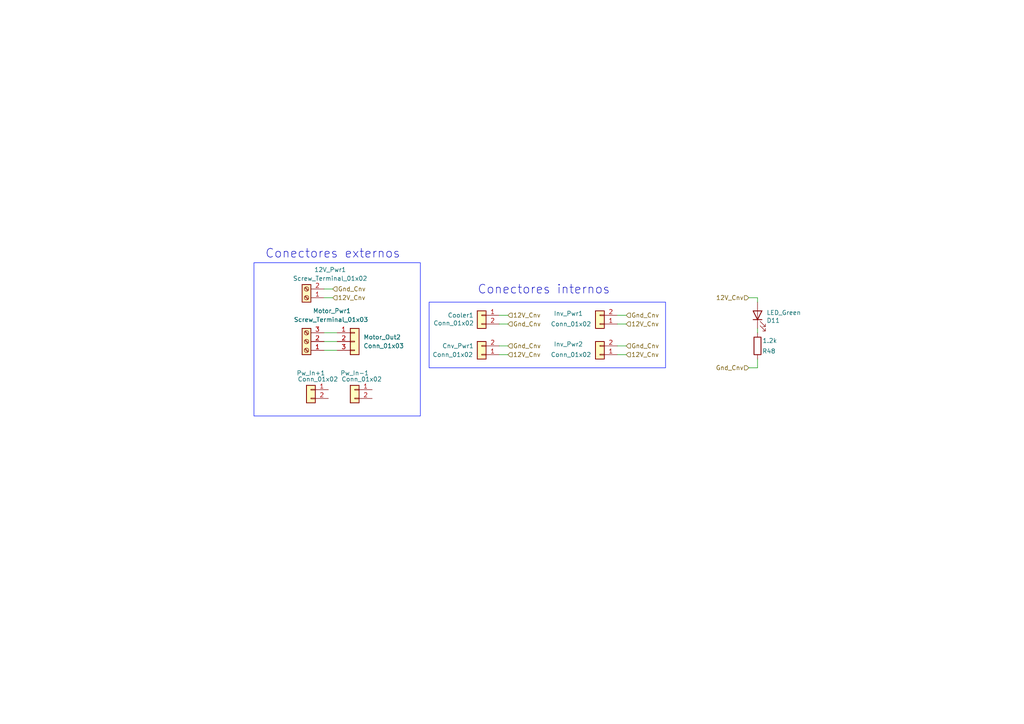
<source format=kicad_sch>
(kicad_sch
	(version 20250114)
	(generator "eeschema")
	(generator_version "9.0")
	(uuid "22a93bdb-8c70-455a-b740-7db7855c2b7c")
	(paper "A4")
	(lib_symbols
		(symbol "Connector:Screw_Terminal_01x02"
			(pin_names
				(offset 1.016)
				(hide yes)
			)
			(exclude_from_sim no)
			(in_bom yes)
			(on_board yes)
			(property "Reference" "J"
				(at 0 2.54 0)
				(effects
					(font
						(size 1.27 1.27)
					)
				)
			)
			(property "Value" "Screw_Terminal_01x02"
				(at 0 -5.08 0)
				(effects
					(font
						(size 1.27 1.27)
					)
				)
			)
			(property "Footprint" ""
				(at 0 0 0)
				(effects
					(font
						(size 1.27 1.27)
					)
					(hide yes)
				)
			)
			(property "Datasheet" "~"
				(at 0 0 0)
				(effects
					(font
						(size 1.27 1.27)
					)
					(hide yes)
				)
			)
			(property "Description" "Generic screw terminal, single row, 01x02, script generated (kicad-library-utils/schlib/autogen/connector/)"
				(at 0 0 0)
				(effects
					(font
						(size 1.27 1.27)
					)
					(hide yes)
				)
			)
			(property "ki_keywords" "screw terminal"
				(at 0 0 0)
				(effects
					(font
						(size 1.27 1.27)
					)
					(hide yes)
				)
			)
			(property "ki_fp_filters" "TerminalBlock*:*"
				(at 0 0 0)
				(effects
					(font
						(size 1.27 1.27)
					)
					(hide yes)
				)
			)
			(symbol "Screw_Terminal_01x02_1_1"
				(rectangle
					(start -1.27 1.27)
					(end 1.27 -3.81)
					(stroke
						(width 0.254)
						(type default)
					)
					(fill
						(type background)
					)
				)
				(polyline
					(pts
						(xy -0.5334 0.3302) (xy 0.3302 -0.508)
					)
					(stroke
						(width 0.1524)
						(type default)
					)
					(fill
						(type none)
					)
				)
				(polyline
					(pts
						(xy -0.5334 -2.2098) (xy 0.3302 -3.048)
					)
					(stroke
						(width 0.1524)
						(type default)
					)
					(fill
						(type none)
					)
				)
				(polyline
					(pts
						(xy -0.3556 0.508) (xy 0.508 -0.3302)
					)
					(stroke
						(width 0.1524)
						(type default)
					)
					(fill
						(type none)
					)
				)
				(polyline
					(pts
						(xy -0.3556 -2.032) (xy 0.508 -2.8702)
					)
					(stroke
						(width 0.1524)
						(type default)
					)
					(fill
						(type none)
					)
				)
				(circle
					(center 0 0)
					(radius 0.635)
					(stroke
						(width 0.1524)
						(type default)
					)
					(fill
						(type none)
					)
				)
				(circle
					(center 0 -2.54)
					(radius 0.635)
					(stroke
						(width 0.1524)
						(type default)
					)
					(fill
						(type none)
					)
				)
				(pin passive line
					(at -5.08 0 0)
					(length 3.81)
					(name "Pin_1"
						(effects
							(font
								(size 1.27 1.27)
							)
						)
					)
					(number "1"
						(effects
							(font
								(size 1.27 1.27)
							)
						)
					)
				)
				(pin passive line
					(at -5.08 -2.54 0)
					(length 3.81)
					(name "Pin_2"
						(effects
							(font
								(size 1.27 1.27)
							)
						)
					)
					(number "2"
						(effects
							(font
								(size 1.27 1.27)
							)
						)
					)
				)
			)
			(embedded_fonts no)
		)
		(symbol "Connector:Screw_Terminal_01x03"
			(pin_names
				(offset 1.016)
				(hide yes)
			)
			(exclude_from_sim no)
			(in_bom yes)
			(on_board yes)
			(property "Reference" "J"
				(at 0 5.08 0)
				(effects
					(font
						(size 1.27 1.27)
					)
				)
			)
			(property "Value" "Screw_Terminal_01x03"
				(at 0 -5.08 0)
				(effects
					(font
						(size 1.27 1.27)
					)
				)
			)
			(property "Footprint" ""
				(at 0 0 0)
				(effects
					(font
						(size 1.27 1.27)
					)
					(hide yes)
				)
			)
			(property "Datasheet" "~"
				(at 0 0 0)
				(effects
					(font
						(size 1.27 1.27)
					)
					(hide yes)
				)
			)
			(property "Description" "Generic screw terminal, single row, 01x03, script generated (kicad-library-utils/schlib/autogen/connector/)"
				(at 0 0 0)
				(effects
					(font
						(size 1.27 1.27)
					)
					(hide yes)
				)
			)
			(property "ki_keywords" "screw terminal"
				(at 0 0 0)
				(effects
					(font
						(size 1.27 1.27)
					)
					(hide yes)
				)
			)
			(property "ki_fp_filters" "TerminalBlock*:*"
				(at 0 0 0)
				(effects
					(font
						(size 1.27 1.27)
					)
					(hide yes)
				)
			)
			(symbol "Screw_Terminal_01x03_1_1"
				(rectangle
					(start -1.27 3.81)
					(end 1.27 -3.81)
					(stroke
						(width 0.254)
						(type default)
					)
					(fill
						(type background)
					)
				)
				(polyline
					(pts
						(xy -0.5334 2.8702) (xy 0.3302 2.032)
					)
					(stroke
						(width 0.1524)
						(type default)
					)
					(fill
						(type none)
					)
				)
				(polyline
					(pts
						(xy -0.5334 0.3302) (xy 0.3302 -0.508)
					)
					(stroke
						(width 0.1524)
						(type default)
					)
					(fill
						(type none)
					)
				)
				(polyline
					(pts
						(xy -0.5334 -2.2098) (xy 0.3302 -3.048)
					)
					(stroke
						(width 0.1524)
						(type default)
					)
					(fill
						(type none)
					)
				)
				(polyline
					(pts
						(xy -0.3556 3.048) (xy 0.508 2.2098)
					)
					(stroke
						(width 0.1524)
						(type default)
					)
					(fill
						(type none)
					)
				)
				(polyline
					(pts
						(xy -0.3556 0.508) (xy 0.508 -0.3302)
					)
					(stroke
						(width 0.1524)
						(type default)
					)
					(fill
						(type none)
					)
				)
				(polyline
					(pts
						(xy -0.3556 -2.032) (xy 0.508 -2.8702)
					)
					(stroke
						(width 0.1524)
						(type default)
					)
					(fill
						(type none)
					)
				)
				(circle
					(center 0 2.54)
					(radius 0.635)
					(stroke
						(width 0.1524)
						(type default)
					)
					(fill
						(type none)
					)
				)
				(circle
					(center 0 0)
					(radius 0.635)
					(stroke
						(width 0.1524)
						(type default)
					)
					(fill
						(type none)
					)
				)
				(circle
					(center 0 -2.54)
					(radius 0.635)
					(stroke
						(width 0.1524)
						(type default)
					)
					(fill
						(type none)
					)
				)
				(pin passive line
					(at -5.08 2.54 0)
					(length 3.81)
					(name "Pin_1"
						(effects
							(font
								(size 1.27 1.27)
							)
						)
					)
					(number "1"
						(effects
							(font
								(size 1.27 1.27)
							)
						)
					)
				)
				(pin passive line
					(at -5.08 0 0)
					(length 3.81)
					(name "Pin_2"
						(effects
							(font
								(size 1.27 1.27)
							)
						)
					)
					(number "2"
						(effects
							(font
								(size 1.27 1.27)
							)
						)
					)
				)
				(pin passive line
					(at -5.08 -2.54 0)
					(length 3.81)
					(name "Pin_3"
						(effects
							(font
								(size 1.27 1.27)
							)
						)
					)
					(number "3"
						(effects
							(font
								(size 1.27 1.27)
							)
						)
					)
				)
			)
			(embedded_fonts no)
		)
		(symbol "Connector_Generic:Conn_01x02"
			(pin_names
				(offset 1.016)
				(hide yes)
			)
			(exclude_from_sim no)
			(in_bom yes)
			(on_board yes)
			(property "Reference" "J"
				(at 0 2.54 0)
				(effects
					(font
						(size 1.27 1.27)
					)
				)
			)
			(property "Value" "Conn_01x02"
				(at 0 -5.08 0)
				(effects
					(font
						(size 1.27 1.27)
					)
				)
			)
			(property "Footprint" ""
				(at 0 0 0)
				(effects
					(font
						(size 1.27 1.27)
					)
					(hide yes)
				)
			)
			(property "Datasheet" "~"
				(at 0 0 0)
				(effects
					(font
						(size 1.27 1.27)
					)
					(hide yes)
				)
			)
			(property "Description" "Generic connector, single row, 01x02, script generated (kicad-library-utils/schlib/autogen/connector/)"
				(at 0 0 0)
				(effects
					(font
						(size 1.27 1.27)
					)
					(hide yes)
				)
			)
			(property "ki_keywords" "connector"
				(at 0 0 0)
				(effects
					(font
						(size 1.27 1.27)
					)
					(hide yes)
				)
			)
			(property "ki_fp_filters" "Connector*:*_1x??_*"
				(at 0 0 0)
				(effects
					(font
						(size 1.27 1.27)
					)
					(hide yes)
				)
			)
			(symbol "Conn_01x02_1_1"
				(rectangle
					(start -1.27 1.27)
					(end 1.27 -3.81)
					(stroke
						(width 0.254)
						(type default)
					)
					(fill
						(type background)
					)
				)
				(rectangle
					(start -1.27 0.127)
					(end 0 -0.127)
					(stroke
						(width 0.1524)
						(type default)
					)
					(fill
						(type none)
					)
				)
				(rectangle
					(start -1.27 -2.413)
					(end 0 -2.667)
					(stroke
						(width 0.1524)
						(type default)
					)
					(fill
						(type none)
					)
				)
				(pin passive line
					(at -5.08 0 0)
					(length 3.81)
					(name "Pin_1"
						(effects
							(font
								(size 1.27 1.27)
							)
						)
					)
					(number "1"
						(effects
							(font
								(size 1.27 1.27)
							)
						)
					)
				)
				(pin passive line
					(at -5.08 -2.54 0)
					(length 3.81)
					(name "Pin_2"
						(effects
							(font
								(size 1.27 1.27)
							)
						)
					)
					(number "2"
						(effects
							(font
								(size 1.27 1.27)
							)
						)
					)
				)
			)
			(embedded_fonts no)
		)
		(symbol "Connector_Generic:Conn_01x03"
			(pin_names
				(offset 1.016)
				(hide yes)
			)
			(exclude_from_sim no)
			(in_bom yes)
			(on_board yes)
			(property "Reference" "J"
				(at 0 5.08 0)
				(effects
					(font
						(size 1.27 1.27)
					)
				)
			)
			(property "Value" "Conn_01x03"
				(at 0 -5.08 0)
				(effects
					(font
						(size 1.27 1.27)
					)
				)
			)
			(property "Footprint" ""
				(at 0 0 0)
				(effects
					(font
						(size 1.27 1.27)
					)
					(hide yes)
				)
			)
			(property "Datasheet" "~"
				(at 0 0 0)
				(effects
					(font
						(size 1.27 1.27)
					)
					(hide yes)
				)
			)
			(property "Description" "Generic connector, single row, 01x03, script generated (kicad-library-utils/schlib/autogen/connector/)"
				(at 0 0 0)
				(effects
					(font
						(size 1.27 1.27)
					)
					(hide yes)
				)
			)
			(property "ki_keywords" "connector"
				(at 0 0 0)
				(effects
					(font
						(size 1.27 1.27)
					)
					(hide yes)
				)
			)
			(property "ki_fp_filters" "Connector*:*_1x??_*"
				(at 0 0 0)
				(effects
					(font
						(size 1.27 1.27)
					)
					(hide yes)
				)
			)
			(symbol "Conn_01x03_1_1"
				(rectangle
					(start -1.27 3.81)
					(end 1.27 -3.81)
					(stroke
						(width 0.254)
						(type default)
					)
					(fill
						(type background)
					)
				)
				(rectangle
					(start -1.27 2.667)
					(end 0 2.413)
					(stroke
						(width 0.1524)
						(type default)
					)
					(fill
						(type none)
					)
				)
				(rectangle
					(start -1.27 0.127)
					(end 0 -0.127)
					(stroke
						(width 0.1524)
						(type default)
					)
					(fill
						(type none)
					)
				)
				(rectangle
					(start -1.27 -2.413)
					(end 0 -2.667)
					(stroke
						(width 0.1524)
						(type default)
					)
					(fill
						(type none)
					)
				)
				(pin passive line
					(at -5.08 2.54 0)
					(length 3.81)
					(name "Pin_1"
						(effects
							(font
								(size 1.27 1.27)
							)
						)
					)
					(number "1"
						(effects
							(font
								(size 1.27 1.27)
							)
						)
					)
				)
				(pin passive line
					(at -5.08 0 0)
					(length 3.81)
					(name "Pin_2"
						(effects
							(font
								(size 1.27 1.27)
							)
						)
					)
					(number "2"
						(effects
							(font
								(size 1.27 1.27)
							)
						)
					)
				)
				(pin passive line
					(at -5.08 -2.54 0)
					(length 3.81)
					(name "Pin_3"
						(effects
							(font
								(size 1.27 1.27)
							)
						)
					)
					(number "3"
						(effects
							(font
								(size 1.27 1.27)
							)
						)
					)
				)
			)
			(embedded_fonts no)
		)
		(symbol "Device:LED"
			(pin_numbers
				(hide yes)
			)
			(pin_names
				(offset 1.016)
				(hide yes)
			)
			(exclude_from_sim no)
			(in_bom yes)
			(on_board yes)
			(property "Reference" "D"
				(at 0 2.54 0)
				(effects
					(font
						(size 1.27 1.27)
					)
				)
			)
			(property "Value" "LED"
				(at 0 -2.54 0)
				(effects
					(font
						(size 1.27 1.27)
					)
				)
			)
			(property "Footprint" ""
				(at 0 0 0)
				(effects
					(font
						(size 1.27 1.27)
					)
					(hide yes)
				)
			)
			(property "Datasheet" "~"
				(at 0 0 0)
				(effects
					(font
						(size 1.27 1.27)
					)
					(hide yes)
				)
			)
			(property "Description" "Light emitting diode"
				(at 0 0 0)
				(effects
					(font
						(size 1.27 1.27)
					)
					(hide yes)
				)
			)
			(property "Sim.Pins" "1=K 2=A"
				(at 0 0 0)
				(effects
					(font
						(size 1.27 1.27)
					)
					(hide yes)
				)
			)
			(property "ki_keywords" "LED diode"
				(at 0 0 0)
				(effects
					(font
						(size 1.27 1.27)
					)
					(hide yes)
				)
			)
			(property "ki_fp_filters" "LED* LED_SMD:* LED_THT:*"
				(at 0 0 0)
				(effects
					(font
						(size 1.27 1.27)
					)
					(hide yes)
				)
			)
			(symbol "LED_0_1"
				(polyline
					(pts
						(xy -3.048 -0.762) (xy -4.572 -2.286) (xy -3.81 -2.286) (xy -4.572 -2.286) (xy -4.572 -1.524)
					)
					(stroke
						(width 0)
						(type default)
					)
					(fill
						(type none)
					)
				)
				(polyline
					(pts
						(xy -1.778 -0.762) (xy -3.302 -2.286) (xy -2.54 -2.286) (xy -3.302 -2.286) (xy -3.302 -1.524)
					)
					(stroke
						(width 0)
						(type default)
					)
					(fill
						(type none)
					)
				)
				(polyline
					(pts
						(xy -1.27 0) (xy 1.27 0)
					)
					(stroke
						(width 0)
						(type default)
					)
					(fill
						(type none)
					)
				)
				(polyline
					(pts
						(xy -1.27 -1.27) (xy -1.27 1.27)
					)
					(stroke
						(width 0.254)
						(type default)
					)
					(fill
						(type none)
					)
				)
				(polyline
					(pts
						(xy 1.27 -1.27) (xy 1.27 1.27) (xy -1.27 0) (xy 1.27 -1.27)
					)
					(stroke
						(width 0.254)
						(type default)
					)
					(fill
						(type none)
					)
				)
			)
			(symbol "LED_1_1"
				(pin passive line
					(at -3.81 0 0)
					(length 2.54)
					(name "K"
						(effects
							(font
								(size 1.27 1.27)
							)
						)
					)
					(number "1"
						(effects
							(font
								(size 1.27 1.27)
							)
						)
					)
				)
				(pin passive line
					(at 3.81 0 180)
					(length 2.54)
					(name "A"
						(effects
							(font
								(size 1.27 1.27)
							)
						)
					)
					(number "2"
						(effects
							(font
								(size 1.27 1.27)
							)
						)
					)
				)
			)
			(embedded_fonts no)
		)
		(symbol "Device:R"
			(pin_numbers
				(hide yes)
			)
			(pin_names
				(offset 0)
			)
			(exclude_from_sim no)
			(in_bom yes)
			(on_board yes)
			(property "Reference" "R"
				(at 2.032 0 90)
				(effects
					(font
						(size 1.27 1.27)
					)
				)
			)
			(property "Value" "R"
				(at 0 0 90)
				(effects
					(font
						(size 1.27 1.27)
					)
				)
			)
			(property "Footprint" ""
				(at -1.778 0 90)
				(effects
					(font
						(size 1.27 1.27)
					)
					(hide yes)
				)
			)
			(property "Datasheet" "~"
				(at 0 0 0)
				(effects
					(font
						(size 1.27 1.27)
					)
					(hide yes)
				)
			)
			(property "Description" "Resistor"
				(at 0 0 0)
				(effects
					(font
						(size 1.27 1.27)
					)
					(hide yes)
				)
			)
			(property "ki_keywords" "R res resistor"
				(at 0 0 0)
				(effects
					(font
						(size 1.27 1.27)
					)
					(hide yes)
				)
			)
			(property "ki_fp_filters" "R_*"
				(at 0 0 0)
				(effects
					(font
						(size 1.27 1.27)
					)
					(hide yes)
				)
			)
			(symbol "R_0_1"
				(rectangle
					(start -1.016 -2.54)
					(end 1.016 2.54)
					(stroke
						(width 0.254)
						(type default)
					)
					(fill
						(type none)
					)
				)
			)
			(symbol "R_1_1"
				(pin passive line
					(at 0 3.81 270)
					(length 1.27)
					(name "~"
						(effects
							(font
								(size 1.27 1.27)
							)
						)
					)
					(number "1"
						(effects
							(font
								(size 1.27 1.27)
							)
						)
					)
				)
				(pin passive line
					(at 0 -3.81 90)
					(length 1.27)
					(name "~"
						(effects
							(font
								(size 1.27 1.27)
							)
						)
					)
					(number "2"
						(effects
							(font
								(size 1.27 1.27)
							)
						)
					)
				)
			)
			(embedded_fonts no)
		)
	)
	(text "Conectores internos"
		(exclude_from_sim no)
		(at 157.734 84.074 0)
		(effects
			(font
				(size 2.54 2.54)
			)
		)
		(uuid "34db0ffb-9377-4830-8de4-96022e7932f9")
	)
	(text "Conectores externos\n"
		(exclude_from_sim no)
		(at 96.52 73.66 0)
		(effects
			(font
				(size 2.54 2.54)
			)
		)
		(uuid "efd4a669-0baa-475a-8e91-400fb0dee048")
	)
	(wire
		(pts
			(xy 96.52 86.36) (xy 93.98 86.36)
		)
		(stroke
			(width 0)
			(type default)
		)
		(uuid "1363c1f9-4913-45d5-bc2b-87d339800997")
	)
	(wire
		(pts
			(xy 181.61 91.44) (xy 179.07 91.44)
		)
		(stroke
			(width 0)
			(type default)
		)
		(uuid "17f3e917-9086-4a26-bc60-8e58f8ae3ad0")
	)
	(wire
		(pts
			(xy 93.98 99.06) (xy 97.79 99.06)
		)
		(stroke
			(width 0)
			(type default)
		)
		(uuid "227e2149-2f15-4671-bfd8-3b6334f5407d")
	)
	(wire
		(pts
			(xy 147.32 102.87) (xy 144.78 102.87)
		)
		(stroke
			(width 0)
			(type default)
		)
		(uuid "2f843df4-1dcb-49b6-aa10-6efc609d52aa")
	)
	(wire
		(pts
			(xy 147.32 93.98) (xy 144.78 93.98)
		)
		(stroke
			(width 0)
			(type default)
		)
		(uuid "50c6eb0e-9c22-404d-908b-424973c874c5")
	)
	(wire
		(pts
			(xy 181.61 93.98) (xy 179.07 93.98)
		)
		(stroke
			(width 0)
			(type default)
		)
		(uuid "61da640d-814c-4502-89ca-6dafa484db20")
	)
	(wire
		(pts
			(xy 217.17 86.36) (xy 219.71 86.36)
		)
		(stroke
			(width 0)
			(type default)
		)
		(uuid "63cd7c99-7a7c-45a2-b73b-f9d32e896696")
	)
	(wire
		(pts
			(xy 219.71 95.25) (xy 219.71 96.52)
		)
		(stroke
			(width 0)
			(type default)
		)
		(uuid "65daff30-6b72-448c-be7d-23c01bec4103")
	)
	(wire
		(pts
			(xy 93.98 96.52) (xy 97.79 96.52)
		)
		(stroke
			(width 0)
			(type default)
		)
		(uuid "6b0853ae-0367-4248-a9d2-20d9bad58c1b")
	)
	(wire
		(pts
			(xy 147.32 91.44) (xy 144.78 91.44)
		)
		(stroke
			(width 0)
			(type default)
		)
		(uuid "73291e20-5fac-4ba6-8f87-adf476d07756")
	)
	(wire
		(pts
			(xy 217.17 106.68) (xy 219.71 106.68)
		)
		(stroke
			(width 0)
			(type default)
		)
		(uuid "867268de-461d-42dd-a1ee-2c05f39e0216")
	)
	(wire
		(pts
			(xy 219.71 106.68) (xy 219.71 104.14)
		)
		(stroke
			(width 0)
			(type default)
		)
		(uuid "89de8c5b-1636-4105-8339-5ea8fe5870aa")
	)
	(wire
		(pts
			(xy 147.32 100.33) (xy 144.78 100.33)
		)
		(stroke
			(width 0)
			(type default)
		)
		(uuid "8c169b6e-a6c2-4bfc-8439-ef81f5f4611a")
	)
	(wire
		(pts
			(xy 181.61 100.33) (xy 179.07 100.33)
		)
		(stroke
			(width 0)
			(type default)
		)
		(uuid "94cc5486-b448-4b1b-b4e3-ffa8aa79fd40")
	)
	(wire
		(pts
			(xy 181.61 102.87) (xy 179.07 102.87)
		)
		(stroke
			(width 0)
			(type default)
		)
		(uuid "a63d4327-66f9-4529-a34b-e279acc6321d")
	)
	(wire
		(pts
			(xy 219.71 86.36) (xy 219.71 87.63)
		)
		(stroke
			(width 0)
			(type default)
		)
		(uuid "a65a9967-fedb-4060-acf0-529c45117655")
	)
	(wire
		(pts
			(xy 96.52 83.82) (xy 93.98 83.82)
		)
		(stroke
			(width 0)
			(type default)
		)
		(uuid "c07ab6e3-5dd5-46ec-897a-47e7c22a5569")
	)
	(wire
		(pts
			(xy 93.98 101.6) (xy 97.79 101.6)
		)
		(stroke
			(width 0)
			(type default)
		)
		(uuid "f168c56e-8e71-4ca8-843f-27044e5b45cd")
	)
	(hierarchical_label "Gnd_Cnv"
		(shape input)
		(at 147.32 100.33 0)
		(effects
			(font
				(size 1.27 1.27)
			)
			(justify left)
		)
		(uuid "01be393e-7ecb-4e20-b667-8459ba4d2e00")
	)
	(hierarchical_label "12V_Cnv"
		(shape input)
		(at 147.32 102.87 0)
		(effects
			(font
				(size 1.27 1.27)
			)
			(justify left)
		)
		(uuid "0ccbb243-b8c2-4a8e-b377-896c7806f4de")
	)
	(hierarchical_label "Gnd_Cnv"
		(shape input)
		(at 181.61 91.44 0)
		(effects
			(font
				(size 1.27 1.27)
			)
			(justify left)
		)
		(uuid "48084d0e-252d-4ee1-8761-a96b2ed0f7f9")
	)
	(hierarchical_label "12V_Cnv"
		(shape input)
		(at 217.17 86.36 180)
		(effects
			(font
				(size 1.27 1.27)
			)
			(justify right)
		)
		(uuid "53cb4f5f-7737-41d3-bbbb-a31c5eb2a4bc")
	)
	(hierarchical_label "12V_Cnv"
		(shape input)
		(at 181.61 102.87 0)
		(effects
			(font
				(size 1.27 1.27)
			)
			(justify left)
		)
		(uuid "59726633-dad9-4fb3-8511-1e2a1d9ec528")
	)
	(hierarchical_label "12V_Cnv"
		(shape input)
		(at 181.61 93.98 0)
		(effects
			(font
				(size 1.27 1.27)
			)
			(justify left)
		)
		(uuid "75c33fec-a23c-4c6f-80f9-6562b714e8f9")
	)
	(hierarchical_label "Gnd_Cnv"
		(shape input)
		(at 217.17 106.68 180)
		(effects
			(font
				(size 1.27 1.27)
			)
			(justify right)
		)
		(uuid "77ed8805-de65-4741-82fe-6b821c72173d")
	)
	(hierarchical_label "12V_Cnv"
		(shape input)
		(at 96.52 86.36 0)
		(effects
			(font
				(size 1.27 1.27)
			)
			(justify left)
		)
		(uuid "989655aa-62dd-4725-be6f-0cd8836d38d5")
	)
	(hierarchical_label "Gnd_Cnv"
		(shape input)
		(at 147.32 93.98 0)
		(effects
			(font
				(size 1.27 1.27)
			)
			(justify left)
		)
		(uuid "a94a2b5a-7e30-4500-b326-76ed21f97f37")
	)
	(hierarchical_label "Gnd_Cnv"
		(shape input)
		(at 96.52 83.82 0)
		(effects
			(font
				(size 1.27 1.27)
			)
			(justify left)
		)
		(uuid "a9c0eb38-6980-4944-aefe-d09c4ca816d7")
	)
	(hierarchical_label "Gnd_Cnv"
		(shape input)
		(at 181.61 100.33 0)
		(effects
			(font
				(size 1.27 1.27)
			)
			(justify left)
		)
		(uuid "c7266527-19b4-443e-86ea-e799838ffc9f")
	)
	(hierarchical_label "12V_Cnv"
		(shape input)
		(at 147.32 91.44 0)
		(effects
			(font
				(size 1.27 1.27)
			)
			(justify left)
		)
		(uuid "eb0b5c4e-9644-4b5c-bb91-924a268ef32e")
	)
	(rule_area
		(polyline
			(pts
				(xy 73.66 76.2) (xy 73.66 120.65) (xy 121.92 120.65) (xy 121.92 76.2)
			)
			(stroke
				(width 0)
				(type solid)
				(color 0 14 255 1)
			)
			(fill
				(type none)
			)
			(uuid 0f9b4c75-8773-452e-98a9-64c46c2a2b60)
		)
	)
	(rule_area
		(polyline
			(pts
				(xy 124.46 87.63) (xy 124.46 106.68) (xy 193.04 106.68) (xy 193.04 87.63)
			)
			(stroke
				(width 0)
				(type solid)
				(color 0 14 255 1)
			)
			(fill
				(type none)
			)
			(uuid 909e5b74-d8d1-46da-8698-f70ae2831451)
		)
	)
	(symbol
		(lib_id "Device:LED")
		(at 219.71 91.44 90)
		(unit 1)
		(exclude_from_sim no)
		(in_bom yes)
		(on_board yes)
		(dnp no)
		(uuid "12f723ac-6df6-4b08-b9bf-8e2f4607b418")
		(property "Reference" "D11"
			(at 224.282 92.964 90)
			(effects
				(font
					(size 1.27 1.27)
				)
			)
		)
		(property "Value" "LED_Green"
			(at 227.33 90.678 90)
			(effects
				(font
					(size 1.27 1.27)
				)
			)
		)
		(property "Footprint" "LED_THT:LED_Rectangular_W5.0mm_H2.0mm"
			(at 219.71 91.44 0)
			(effects
				(font
					(size 1.27 1.27)
				)
				(hide yes)
			)
		)
		(property "Datasheet" "~"
			(at 219.71 91.44 0)
			(effects
				(font
					(size 1.27 1.27)
				)
				(hide yes)
			)
		)
		(property "Description" "Light emitting diode"
			(at 219.71 91.44 0)
			(effects
				(font
					(size 1.27 1.27)
				)
				(hide yes)
			)
		)
		(property "Sim.Pins" "1=K 2=A"
			(at 219.71 91.44 0)
			(effects
				(font
					(size 1.27 1.27)
				)
				(hide yes)
			)
		)
		(pin "1"
			(uuid "f0d0958f-3649-4447-b846-483ebe287f21")
		)
		(pin "2"
			(uuid "c00e8eb5-639b-4122-991d-a53e75df7955")
		)
		(instances
			(project "VFD_V1"
				(path "/e60c11d9-ab9e-4760-a4a7-008fcec65a72/fc30a5fb-ff38-4397-8c78-21712589d910"
					(reference "D11")
					(unit 1)
				)
			)
		)
	)
	(symbol
		(lib_id "Connector_Generic:Conn_01x02")
		(at 173.99 102.87 180)
		(unit 1)
		(exclude_from_sim no)
		(in_bom yes)
		(on_board yes)
		(dnp no)
		(uuid "17415981-1659-430a-ab87-cfd830486e59")
		(property "Reference" "Inv_Pwr2"
			(at 164.846 99.822 0)
			(effects
				(font
					(size 1.27 1.27)
				)
			)
		)
		(property "Value" "Conn_01x02"
			(at 165.608 102.87 0)
			(effects
				(font
					(size 1.27 1.27)
				)
			)
		)
		(property "Footprint" "Connector_Molex:Molex_KK-254_AE-6410-02A_1x02_P2.54mm_Vertical"
			(at 173.99 102.87 0)
			(effects
				(font
					(size 1.27 1.27)
				)
				(hide yes)
			)
		)
		(property "Datasheet" "~"
			(at 173.99 102.87 0)
			(effects
				(font
					(size 1.27 1.27)
				)
				(hide yes)
			)
		)
		(property "Description" "Generic connector, single row, 01x02, script generated (kicad-library-utils/schlib/autogen/connector/)"
			(at 173.99 102.87 0)
			(effects
				(font
					(size 1.27 1.27)
				)
				(hide yes)
			)
		)
		(pin "1"
			(uuid "d26e828f-5d76-4c3d-b9be-63a3d769fedc")
		)
		(pin "2"
			(uuid "4fe98149-f4f5-4e0f-bfdc-594ead72ef7f")
		)
		(instances
			(project "VFD_V1"
				(path "/e60c11d9-ab9e-4760-a4a7-008fcec65a72/fc30a5fb-ff38-4397-8c78-21712589d910"
					(reference "Inv_Pwr2")
					(unit 1)
				)
			)
		)
	)
	(symbol
		(lib_id "Connector:Screw_Terminal_01x02")
		(at 88.9 86.36 180)
		(unit 1)
		(exclude_from_sim no)
		(in_bom yes)
		(on_board yes)
		(dnp no)
		(uuid "4879d53a-4292-4247-a619-cddb5252de6b")
		(property "Reference" "12V_Pwr1"
			(at 95.758 78.232 0)
			(effects
				(font
					(size 1.27 1.27)
				)
			)
		)
		(property "Value" "Screw_Terminal_01x02"
			(at 95.758 80.772 0)
			(effects
				(font
					(size 1.27 1.27)
				)
			)
		)
		(property "Footprint" "TerminalBlock_Phoenix:TerminalBlock_Phoenix_MKDS-1,5-2_1x02_P5.00mm_Horizontal"
			(at 88.9 86.36 0)
			(effects
				(font
					(size 1.27 1.27)
				)
				(hide yes)
			)
		)
		(property "Datasheet" "~"
			(at 88.9 86.36 0)
			(effects
				(font
					(size 1.27 1.27)
				)
				(hide yes)
			)
		)
		(property "Description" "Generic screw terminal, single row, 01x02, script generated (kicad-library-utils/schlib/autogen/connector/)"
			(at 88.9 86.36 0)
			(effects
				(font
					(size 1.27 1.27)
				)
				(hide yes)
			)
		)
		(pin "2"
			(uuid "b2937964-0fb3-4e5b-9e32-3c6d2f410cde")
		)
		(pin "1"
			(uuid "2ee88df5-fb70-4f0b-8d61-29bcfa710919")
		)
		(instances
			(project "VFD_V1"
				(path "/e60c11d9-ab9e-4760-a4a7-008fcec65a72/fc30a5fb-ff38-4397-8c78-21712589d910"
					(reference "12V_Pwr1")
					(unit 1)
				)
			)
		)
	)
	(symbol
		(lib_id "Connector:Screw_Terminal_01x03")
		(at 88.9 99.06 180)
		(unit 1)
		(exclude_from_sim no)
		(in_bom yes)
		(on_board yes)
		(dnp no)
		(uuid "4fe248a6-9840-402f-a925-76df95e0ed8b")
		(property "Reference" "Motor_Pwr1"
			(at 96.266 90.17 0)
			(effects
				(font
					(size 1.27 1.27)
				)
			)
		)
		(property "Value" "Screw_Terminal_01x03"
			(at 96.012 92.71 0)
			(effects
				(font
					(size 1.27 1.27)
				)
			)
		)
		(property "Footprint" "TerminalBlock_Dinkle:TerminalBlock_Dinkle_DT-55-B01X-03_P10.00mm"
			(at 88.9 99.06 0)
			(effects
				(font
					(size 1.27 1.27)
				)
				(hide yes)
			)
		)
		(property "Datasheet" "~"
			(at 88.9 99.06 0)
			(effects
				(font
					(size 1.27 1.27)
				)
				(hide yes)
			)
		)
		(property "Description" "Generic screw terminal, single row, 01x03, script generated (kicad-library-utils/schlib/autogen/connector/)"
			(at 88.9 99.06 0)
			(effects
				(font
					(size 1.27 1.27)
				)
				(hide yes)
			)
		)
		(pin "1"
			(uuid "33776b66-67c9-40ee-be4d-4e446e96098f")
		)
		(pin "3"
			(uuid "a0d2d4d3-c322-4862-962f-5aa583e46ff5")
		)
		(pin "2"
			(uuid "ebbdae5e-0ff4-4489-9e60-40ea06f4e923")
		)
		(instances
			(project ""
				(path "/e60c11d9-ab9e-4760-a4a7-008fcec65a72/fc30a5fb-ff38-4397-8c78-21712589d910"
					(reference "Motor_Pwr1")
					(unit 1)
				)
			)
		)
	)
	(symbol
		(lib_id "Device:R")
		(at 219.71 100.33 0)
		(unit 1)
		(exclude_from_sim no)
		(in_bom yes)
		(on_board yes)
		(dnp no)
		(uuid "902490f2-941a-4492-85fc-5b2cd471fefa")
		(property "Reference" "R48"
			(at 223.012 101.854 0)
			(effects
				(font
					(size 1.27 1.27)
				)
			)
		)
		(property "Value" "1.2k"
			(at 223.266 98.806 0)
			(effects
				(font
					(size 1.27 1.27)
				)
			)
		)
		(property "Footprint" "Resistor_THT:R_Axial_DIN0207_L6.3mm_D2.5mm_P10.16mm_Horizontal"
			(at 217.932 100.33 90)
			(effects
				(font
					(size 1.27 1.27)
				)
				(hide yes)
			)
		)
		(property "Datasheet" "~"
			(at 219.71 100.33 0)
			(effects
				(font
					(size 1.27 1.27)
				)
				(hide yes)
			)
		)
		(property "Description" "Resistor"
			(at 219.71 100.33 0)
			(effects
				(font
					(size 1.27 1.27)
				)
				(hide yes)
			)
		)
		(pin "1"
			(uuid "b2286a1a-2666-4b8f-95b4-c389c50a81c4")
		)
		(pin "2"
			(uuid "22cdd5b8-c880-46eb-9a63-9d1608763c81")
		)
		(instances
			(project "VFD_V1"
				(path "/e60c11d9-ab9e-4760-a4a7-008fcec65a72/fc30a5fb-ff38-4397-8c78-21712589d910"
					(reference "R48")
					(unit 1)
				)
			)
		)
	)
	(symbol
		(lib_id "Connector_Generic:Conn_01x03")
		(at 102.87 99.06 0)
		(unit 1)
		(exclude_from_sim no)
		(in_bom yes)
		(on_board yes)
		(dnp no)
		(fields_autoplaced yes)
		(uuid "bd621e4b-e37a-49d0-8883-5f1197d185ec")
		(property "Reference" "Motor_Out2"
			(at 105.41 97.7899 0)
			(effects
				(font
					(size 1.27 1.27)
				)
				(justify left)
			)
		)
		(property "Value" "Conn_01x03"
			(at 105.41 100.3299 0)
			(effects
				(font
					(size 1.27 1.27)
				)
				(justify left)
			)
		)
		(property "Footprint" "Connector_Phoenix_MC_HighVoltage:PhoenixContact_MCV_1,5_3-G-5.08_1x03_P5.08mm_Vertical"
			(at 102.87 99.06 0)
			(effects
				(font
					(size 1.27 1.27)
				)
				(hide yes)
			)
		)
		(property "Datasheet" "~"
			(at 102.87 99.06 0)
			(effects
				(font
					(size 1.27 1.27)
				)
				(hide yes)
			)
		)
		(property "Description" "Generic connector, single row, 01x03, script generated (kicad-library-utils/schlib/autogen/connector/)"
			(at 102.87 99.06 0)
			(effects
				(font
					(size 1.27 1.27)
				)
				(hide yes)
			)
		)
		(pin "3"
			(uuid "00269542-df21-4405-a239-bc78697ca006")
		)
		(pin "1"
			(uuid "08df447e-cea6-41f2-8413-6b5f285a9975")
		)
		(pin "2"
			(uuid "2602c808-9a6f-4d9d-a0cd-448792dda9be")
		)
		(instances
			(project "VFD_V1"
				(path "/e60c11d9-ab9e-4760-a4a7-008fcec65a72/fc30a5fb-ff38-4397-8c78-21712589d910"
					(reference "Motor_Out2")
					(unit 1)
				)
			)
		)
	)
	(symbol
		(lib_id "Connector_Generic:Conn_01x02")
		(at 102.87 113.03 0)
		(mirror y)
		(unit 1)
		(exclude_from_sim no)
		(in_bom yes)
		(on_board yes)
		(dnp no)
		(uuid "c2a59d44-cf30-474c-b60b-c84a61288e36")
		(property "Reference" "Pw_In-1"
			(at 102.87 108.204 0)
			(effects
				(font
					(size 1.27 1.27)
				)
			)
		)
		(property "Value" "Conn_01x02"
			(at 104.902 109.982 0)
			(effects
				(font
					(size 1.27 1.27)
				)
			)
		)
		(property "Footprint" "BananaSocket_THT:BananaSocket - 2P - 4mm"
			(at 102.87 113.03 0)
			(effects
				(font
					(size 1.27 1.27)
				)
				(hide yes)
			)
		)
		(property "Datasheet" "~"
			(at 102.87 113.03 0)
			(effects
				(font
					(size 1.27 1.27)
				)
				(hide yes)
			)
		)
		(property "Description" "Generic connector, single row, 01x02, script generated (kicad-library-utils/schlib/autogen/connector/)"
			(at 102.87 113.03 0)
			(effects
				(font
					(size 1.27 1.27)
				)
				(hide yes)
			)
		)
		(pin "1"
			(uuid "59d689d0-b4a1-4059-adab-ab42e80f691d")
		)
		(pin "2"
			(uuid "fabe2fe9-223e-484b-9a6c-1dfbf4dfd4a5")
		)
		(instances
			(project "VFD_V1"
				(path "/e60c11d9-ab9e-4760-a4a7-008fcec65a72/fc30a5fb-ff38-4397-8c78-21712589d910"
					(reference "Pw_In-1")
					(unit 1)
				)
			)
		)
	)
	(symbol
		(lib_id "Connector_Generic:Conn_01x02")
		(at 139.7 102.87 180)
		(unit 1)
		(exclude_from_sim no)
		(in_bom yes)
		(on_board yes)
		(dnp no)
		(uuid "e7055fd8-d355-4bd4-b44f-4973f2eb24c2")
		(property "Reference" "Cnv_Pwr1"
			(at 132.842 100.33 0)
			(effects
				(font
					(size 1.27 1.27)
				)
			)
		)
		(property "Value" "Conn_01x02"
			(at 131.318 102.87 0)
			(effects
				(font
					(size 1.27 1.27)
				)
			)
		)
		(property "Footprint" "Connector_Molex:Molex_KK-254_AE-6410-02A_1x02_P2.54mm_Vertical"
			(at 139.7 102.87 0)
			(effects
				(font
					(size 1.27 1.27)
				)
				(hide yes)
			)
		)
		(property "Datasheet" "~"
			(at 139.7 102.87 0)
			(effects
				(font
					(size 1.27 1.27)
				)
				(hide yes)
			)
		)
		(property "Description" "Generic connector, single row, 01x02, script generated (kicad-library-utils/schlib/autogen/connector/)"
			(at 139.7 102.87 0)
			(effects
				(font
					(size 1.27 1.27)
				)
				(hide yes)
			)
		)
		(pin "1"
			(uuid "840fdf34-90e4-4b6c-a2b1-97e2833d28b6")
		)
		(pin "2"
			(uuid "8f1e0557-e86f-4106-aa6a-2350869d018f")
		)
		(instances
			(project "VFD_V1"
				(path "/e60c11d9-ab9e-4760-a4a7-008fcec65a72/fc30a5fb-ff38-4397-8c78-21712589d910"
					(reference "Cnv_Pwr1")
					(unit 1)
				)
			)
		)
	)
	(symbol
		(lib_id "Connector_Generic:Conn_01x02")
		(at 90.17 113.03 0)
		(mirror y)
		(unit 1)
		(exclude_from_sim no)
		(in_bom yes)
		(on_board yes)
		(dnp no)
		(uuid "eb25fcdc-b214-4599-bde4-483a03b0b49b")
		(property "Reference" "Pw_In+1"
			(at 90.17 108.204 0)
			(effects
				(font
					(size 1.27 1.27)
				)
			)
		)
		(property "Value" "Conn_01x02"
			(at 92.202 109.982 0)
			(effects
				(font
					(size 1.27 1.27)
				)
			)
		)
		(property "Footprint" "BananaSocket_THT:BananaSocket - 2P - 4mm"
			(at 90.17 113.03 0)
			(effects
				(font
					(size 1.27 1.27)
				)
				(hide yes)
			)
		)
		(property "Datasheet" "~"
			(at 90.17 113.03 0)
			(effects
				(font
					(size 1.27 1.27)
				)
				(hide yes)
			)
		)
		(property "Description" "Generic connector, single row, 01x02, script generated (kicad-library-utils/schlib/autogen/connector/)"
			(at 90.17 113.03 0)
			(effects
				(font
					(size 1.27 1.27)
				)
				(hide yes)
			)
		)
		(pin "1"
			(uuid "ac0c30a7-13bf-423c-b5b7-adb32d389ff6")
		)
		(pin "2"
			(uuid "2edf85e3-cc5e-4a72-b6fd-9e3575872ef3")
		)
		(instances
			(project "VFD_V1"
				(path "/e60c11d9-ab9e-4760-a4a7-008fcec65a72/fc30a5fb-ff38-4397-8c78-21712589d910"
					(reference "Pw_In+1")
					(unit 1)
				)
			)
		)
	)
	(symbol
		(lib_id "Connector_Generic:Conn_01x02")
		(at 139.7 91.44 0)
		(mirror y)
		(unit 1)
		(exclude_from_sim no)
		(in_bom yes)
		(on_board yes)
		(dnp no)
		(uuid "f0e7c5a4-df92-431e-9c3e-48754dcbbcb9")
		(property "Reference" "Cooler1"
			(at 133.604 91.44 0)
			(effects
				(font
					(size 1.27 1.27)
				)
			)
		)
		(property "Value" "Conn_01x02"
			(at 131.572 93.726 0)
			(effects
				(font
					(size 1.27 1.27)
				)
			)
		)
		(property "Footprint" "Connector_Molex:Molex_KK-254_AE-6410-02A_1x02_P2.54mm_Vertical"
			(at 139.7 91.44 0)
			(effects
				(font
					(size 1.27 1.27)
				)
				(hide yes)
			)
		)
		(property "Datasheet" "~"
			(at 139.7 91.44 0)
			(effects
				(font
					(size 1.27 1.27)
				)
				(hide yes)
			)
		)
		(property "Description" "Generic connector, single row, 01x02, script generated (kicad-library-utils/schlib/autogen/connector/)"
			(at 139.7 91.44 0)
			(effects
				(font
					(size 1.27 1.27)
				)
				(hide yes)
			)
		)
		(pin "1"
			(uuid "76cb6ef7-a2d1-4d25-a45a-2cd96b722ef8")
		)
		(pin "2"
			(uuid "89b45e21-03b9-4a0a-8516-f605e4bdf1fe")
		)
		(instances
			(project "VFD_V1"
				(path "/e60c11d9-ab9e-4760-a4a7-008fcec65a72/fc30a5fb-ff38-4397-8c78-21712589d910"
					(reference "Cooler1")
					(unit 1)
				)
			)
		)
	)
	(symbol
		(lib_id "Connector_Generic:Conn_01x02")
		(at 173.99 93.98 180)
		(unit 1)
		(exclude_from_sim no)
		(in_bom yes)
		(on_board yes)
		(dnp no)
		(uuid "f82e55d6-f441-447e-8450-d9beef4b8464")
		(property "Reference" "Inv_Pwr1"
			(at 164.846 90.932 0)
			(effects
				(font
					(size 1.27 1.27)
				)
			)
		)
		(property "Value" "Conn_01x02"
			(at 165.608 93.98 0)
			(effects
				(font
					(size 1.27 1.27)
				)
			)
		)
		(property "Footprint" "Connector_Molex:Molex_KK-254_AE-6410-02A_1x02_P2.54mm_Vertical"
			(at 173.99 93.98 0)
			(effects
				(font
					(size 1.27 1.27)
				)
				(hide yes)
			)
		)
		(property "Datasheet" "~"
			(at 173.99 93.98 0)
			(effects
				(font
					(size 1.27 1.27)
				)
				(hide yes)
			)
		)
		(property "Description" "Generic connector, single row, 01x02, script generated (kicad-library-utils/schlib/autogen/connector/)"
			(at 173.99 93.98 0)
			(effects
				(font
					(size 1.27 1.27)
				)
				(hide yes)
			)
		)
		(pin "1"
			(uuid "4242cf48-bee9-44f3-ac12-f0e937020908")
		)
		(pin "2"
			(uuid "c5ba59df-edf7-48a6-af6a-c4f4fa251c2f")
		)
		(instances
			(project "VFD_V1"
				(path "/e60c11d9-ab9e-4760-a4a7-008fcec65a72/fc30a5fb-ff38-4397-8c78-21712589d910"
					(reference "Inv_Pwr1")
					(unit 1)
				)
			)
		)
	)
)

</source>
